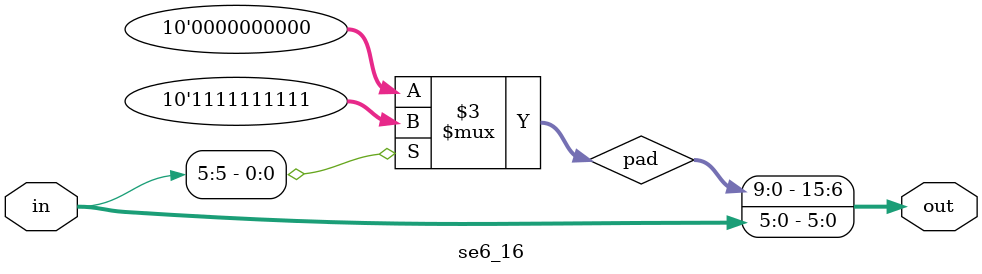
<source format=v>
module se6_16(in,out);
input wire [5:0] in;
output reg [15:0] out;

reg [9:0] pad 	;

always @(*) 
begin 
   if (in[5])begin
	pad= 10'b1111111111;
	end
	else begin
	pad= 10'b0;
	end
	out = {pad,in};
end
endmodule

</source>
